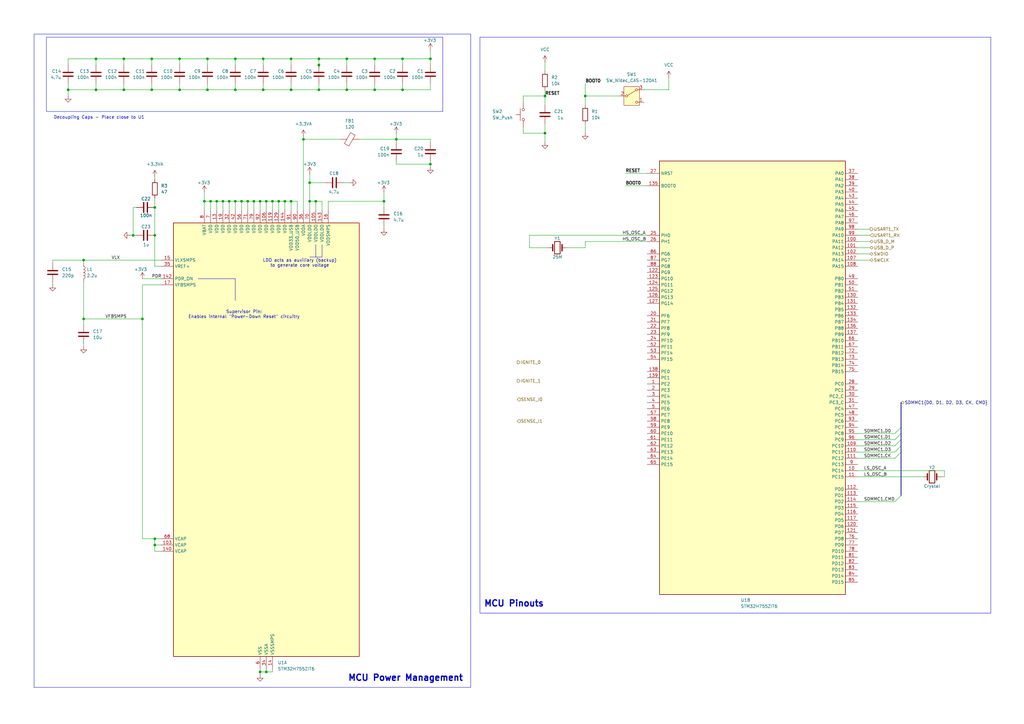
<source format=kicad_sch>
(kicad_sch (version 20250114) (generator "eeschema") (generator_version "9.0")
  (paper "A3")
  (lib_symbols
    (symbol "Device:C" (pin_numbers (hide yes)) (pin_names (offset 0.254))
      (property "Reference" "C" (at 0.635 2.54 0))
      (property "Value" "C" (at 0.635 -2.54 0))
      (symbol "C_0_1"
        (polyline (pts (xy -2.032 0.762) (xy 2.032 0.762)) (stroke (width 0.508)))
        (polyline (pts (xy -2.032 -0.762) (xy 2.032 -0.762)) (stroke (width 0.508)))
      )
      (symbol "C_1_1"
        (pin passive line (at 0 3.81 270) (length 2.794) (name "~") (number "1"))
        (pin passive line (at 0 -3.81 90) (length 2.794) (name "~") (number "2"))
      )
    )
    (symbol "Device:Crystal" (pin_numbers (hide yes)) (pin_names (offset 1.016) (hide yes))
      (property "Reference" "Y" (at 0 3.81 0))
      (property "Value" "Crystal" (at 0 -3.81 0))
      (symbol "Crystal_0_1"
        (polyline (pts (xy -2.54 0) (xy -1.905 0)))
        (polyline (pts (xy -1.905 -1.27) (xy -1.905 1.27)) (stroke (width 0.508)))
        (rectangle (start -1.143 2.54) (end 1.143 -2.54) (stroke (width 0.3048)))
        (polyline (pts (xy 1.905 -1.27) (xy 1.905 1.27)) (stroke (width 0.508)))
        (polyline (pts (xy 2.54 0) (xy 1.905 0)))
      )
      (symbol "Crystal_1_1"
        (pin passive line (at -3.81 0 0) (length 1.27) (name "1") (number "1"))
        (pin passive line (at 3.81 0 180) (length 1.27) (name "2") (number "2"))
      )
    )
    (symbol "Device:FerriteBead" (pin_numbers (hide yes)) (pin_names (offset 0))
      (property "Reference" "FB" (at -3.81 0.635 90))
      (property "Value" "FerriteBead" (at 3.81 0 90))
      (symbol "FerriteBead_0_1"
        (polyline (pts (xy -2.7686 0.4064) (xy -1.7018 2.2606) (xy 2.7686 -0.3048) (xy 1.6764 -2.159) (xy -2.7686 0.4064)))
        (polyline (pts (xy 0 1.27) (xy 0 1.2954)))
        (polyline (pts (xy 0 -1.27) (xy 0 -1.2192)))
      )
      (symbol "FerriteBead_1_1"
        (pin passive line (at 0 3.81 270) (length 2.54) (name "~") (number "1"))
        (pin passive line (at 0 -3.81 90) (length 2.54) (name "~") (number "2"))
      )
    )
    (symbol "Device:L" (pin_numbers (hide yes)) (pin_names (offset 1.016) (hide yes))
      (property "Reference" "L" (at -1.27 0 90))
      (property "Value" "L" (at 1.905 0 90))
      (symbol "L_0_1"
        (arc (start 0 2.54) (mid 0.6323 1.905) (end 0 1.27))
        (arc (start 0 1.27) (mid 0.6323 0.635) (end 0 0))
        (arc (start 0 0) (mid 0.6323 -0.635) (end 0 -1.27))
        (arc (start 0 -1.27) (mid 0.6323 -1.905) (end 0 -2.54))
      )
      (symbol "L_1_1"
        (pin passive line (at 0 3.81 270) (length 1.27) (name "1") (number "1"))
        (pin passive line (at 0 -3.81 90) (length 1.27) (name "2") (number "2"))
      )
    )
    (symbol "Device:R" (pin_numbers (hide yes)) (pin_names (offset 0))
      (property "Reference" "R" (at 2.032 0 90))
      (property "Value" "R" (at 0 0 90))
      (symbol "R_0_1"
        (rectangle (start -1.016 -2.54) (end 1.016 2.54) (stroke (width 0.254)))
      )
      (symbol "R_1_1"
        (pin passive line (at 0 3.81 270) (length 1.27) (name "~") (number "1"))
        (pin passive line (at 0 -3.81 90) (length 1.27) (name "~") (number "2"))
      )
    )
    (symbol "MCU_ST_STM32H7:STM32H755ZITx"
      (property "Reference" "U1" (at 4.6833 -91.44 0))
      (property "Value" "STM32H755ZIT6" (at 4.6833 -93.98 0))
      (symbol "STM32H755ZITx_0_1"
        (rectangle (start -38.1 88.9) (end 38.1 -88.9) (stroke (width 0.254)) (fill (type background)))
      )
      (symbol "STM32H755ZITx_1_1"
        (pin power_in line (at -43.18 73.66 0) (length 5.08) (name "VLXSMPS") (number "15"))
        (pin input line (at -43.18 71.12 0) (length 5.08) (name "VREF+") (number "35"))
        (pin input line (at -43.18 66.04 0) (length 5.08) (name "PDR_ON") (number "142"))
        (pin input line (at -43.18 63.5 0) (length 5.08) (name "VFBSMPS") (number "17"))
        (pin power_out line (at -43.18 -40.64 0) (length 5.08) (name "VCAP") (number "68"))
        (pin power_out line (at -43.18 -43.18 0) (length 5.08) (name "VCAP") (number "103"))
        (pin power_out line (at -43.18 -45.72 0) (length 5.08) (name "VCAP") (number "140"))
        (pin power_in line (at -25.4 93.98 270) (length 5.08) (name "VBAT") (number "8"))
        (pin power_in line (at -22.86 93.98 270) (length 5.08) (name "VDD") (number "7"))
        (pin power_in line (at -20.32 93.98 270) (length 5.08) (name "VDD") (number "13"))
        (pin power_in line (at -17.78 93.98 270) (length 5.08) (name "VDD") (number "19"))
        (pin power_in line (at -15.24 93.98 270) (length 5.08) (name "VDD") (number "32"))
        (pin power_in line (at -12.7 93.98 270) (length 5.08) (name "VDD") (number "42"))
        (pin power_in line (at -10.16 93.98 270) (length 5.08) (name "VDD") (number "56"))
        (pin power_in line (at -7.62 93.98 270) (length 5.08) (name "VDD") (number "71"))
        (pin power_in line (at -5.08 93.98 270) (length 5.08) (name "VDD") (number "79"))
        (pin power_in line (at -2.54 93.98 270) (length 5.08) (name "VDD") (number "92"))
        (pin passive line (at -2.54 -93.98 90) (length 5.08) (hide yes) (name "VSS") (number "104"))
        (pin passive line (at -2.54 -93.98 90) (length 5.08) (hide yes) (name "VSS") (number "118"))
        (pin passive line (at -2.54 -93.98 90) (length 5.08) (hide yes) (name "VSS") (number "12"))
        (pin passive line (at -2.54 -93.98 90) (length 5.08) (hide yes) (name "VSS") (number "128"))
        (pin passive line (at -2.54 -93.98 90) (length 5.08) (hide yes) (name "VSS") (number "141"))
        (pin passive line (at -2.54 -93.98 90) (length 5.08) (hide yes) (name "VSS") (number "18"))
        (pin passive line (at -2.54 -93.98 90) (length 5.08) (hide yes) (name "VSS") (number "33"))
        (pin passive line (at -2.54 -93.98 90) (length 5.08) (hide yes) (name "VSS") (number "41"))
        (pin passive line (at -2.54 -93.98 90) (length 5.08) (hide yes) (name "VSS") (number "55"))
        (pin power_in line (at -2.54 -93.98 90) (length 5.08) (name "VSS") (number "6"))
        (pin passive line (at -2.54 -93.98 90) (length 5.08) (hide yes) (name "VSS") (number "69"))
        (pin passive line (at -2.54 -93.98 90) (length 5.08) (hide yes) (name "VSS") (number "80"))
        (pin passive line (at -2.54 -93.98 90) (length 5.08) (hide yes) (name "VSS") (number "89"))
        (pin power_in line (at 0 93.98 270) (length 5.08) (name "VDD") (number "106"))
        (pin power_in line (at 0 -93.98 90) (length 5.08) (name "VSSA") (number "34"))
        (pin power_in line (at 2.54 93.98 270) (length 5.08) (name "VDD") (number "119"))
        (pin power_in line (at 2.54 -93.98 90) (length 5.08) (name "VSSSMPS") (number "14"))
        (pin power_in line (at 5.08 93.98 270) (length 5.08) (name "VDD") (number "129"))
        (pin power_in line (at 7.62 93.98 270) (length 5.08) (name "VDD") (number "144"))
        (pin power_in line (at 10.16 93.98 270) (length 5.08) (name "VDD33_USB") (number "91"))
        (pin power_in line (at 12.7 93.98 270) (length 5.08) (name "VDD50_USB") (number "90"))
        (pin power_in line (at 15.24 93.98 270) (length 5.08) (name "VDDA") (number "36"))
        (pin power_in line (at 17.78 93.98 270) (length 5.08) (name "VDDLDO") (number "70"))
        (pin power_in line (at 20.32 93.98 270) (length 5.08) (name "VDDLDO") (number "105"))
        (pin power_in line (at 22.86 93.98 270) (length 5.08) (name "VDDLDO") (number "143"))
        (pin power_in line (at 25.4 93.98 270) (length 5.08) (name "VDDSMPS") (number "16"))
      )
      (symbol "STM32H755ZITx_2_1"
        (pin input line (at -43.18 83.82 0) (length 5.08) (name "NRST") (number "27"))
        (pin input line (at -43.18 78.74 0) (length 5.08) (name "BOOT0") (number "135"))
        (pin bidirectional line (at -43.18 58.42 0) (length 5.08) (name "PH0") (number "25"))
        (pin bidirectional line (at -43.18 55.88 0) (length 5.08) (name "PH1") (number "26"))
        (pin bidirectional line (at -43.18 50.8 0) (length 5.08) (name "PG6") (number "86"))
        (pin bidirectional line (at -43.18 48.26 0) (length 5.08) (name "PG7") (number "87"))
        (pin bidirectional line (at -43.18 45.72 0) (length 5.08) (name "PG8") (number "88"))
        (pin bidirectional line (at -43.18 43.18 0) (length 5.08) (name "PG9") (number "122"))
        (pin bidirectional line (at -43.18 40.64 0) (length 5.08) (name "PG10") (number "123"))
        (pin bidirectional line (at -43.18 38.1 0) (length 5.08) (name "PG11") (number "124"))
        (pin bidirectional line (at -43.18 35.56 0) (length 5.08) (name "PG12") (number "125"))
        (pin bidirectional line (at -43.18 33.02 0) (length 5.08) (name "PG13") (number "126"))
        (pin bidirectional line (at -43.18 30.48 0) (length 5.08) (name "PG14") (number "127"))
        (pin bidirectional line (at -43.18 25.4 0) (length 5.08) (name "PF6") (number "20"))
        (pin bidirectional line (at -43.18 22.86 0) (length 5.08) (name "PF7") (number "21"))
        (pin bidirectional line (at -43.18 20.32 0) (length 5.08) (name "PF8") (number "22"))
        (pin bidirectional line (at -43.18 17.78 0) (length 5.08) (name "PF9") (number "23"))
        (pin bidirectional line (at -43.18 15.24 0) (length 5.08) (name "PF10") (number "24"))
        (pin bidirectional line (at -43.18 12.7 0) (length 5.08) (name "PF11") (number "52"))
        (pin bidirectional line (at -43.18 10.16 0) (length 5.08) (name "PF14") (number "53"))
        (pin bidirectional line (at -43.18 7.62 0) (length 5.08) (name "PF15") (number "54"))
        (pin bidirectional line (at -43.18 2.54 0) (length 5.08) (name "PE0") (number "138"))
        (pin bidirectional line (at -43.18 0 0) (length 5.08) (name "PE1") (number "139"))
        (pin bidirectional line (at -43.18 -2.54 0) (length 5.08) (name "PE2") (number "1"))
        (pin bidirectional line (at -43.18 -5.08 0) (length 5.08) (name "PE3") (number "2"))
        (pin bidirectional line (at -43.18 -7.62 0) (length 5.08) (name "PE4") (number "3"))
        (pin bidirectional line (at -43.18 -10.16 0) (length 5.08) (name "PE5") (number "4"))
        (pin bidirectional line (at -43.18 -12.7 0) (length 5.08) (name "PE6") (number "5"))
        (pin bidirectional line (at -43.18 -15.24 0) (length 5.08) (name "PE7") (number "57"))
        (pin bidirectional line (at -43.18 -17.78 0) (length 5.08) (name "PE8") (number "58"))
        (pin bidirectional line (at -43.18 -20.32 0) (length 5.08) (name "PE9") (number "59"))
        (pin bidirectional line (at -43.18 -22.86 0) (length 5.08) (name "PE10") (number "60"))
        (pin bidirectional line (at -43.18 -25.4 0) (length 5.08) (name "PE11") (number "61"))
        (pin bidirectional line (at -43.18 -27.94 0) (length 5.08) (name "PE12") (number "62"))
        (pin bidirectional line (at -43.18 -30.48 0) (length 5.08) (name "PE13") (number "63"))
        (pin bidirectional line (at -43.18 -33.02 0) (length 5.08) (name "PE14") (number "64"))
        (pin bidirectional line (at -43.18 -35.56 0) (length 5.08) (name "PE15") (number "65"))
        (pin bidirectional line (at 43.18 83.82 180) (length 5.08) (name "PA0") (number "37"))
        (pin bidirectional line (at 43.18 81.28 180) (length 5.08) (name "PA1") (number "38"))
        (pin bidirectional line (at 43.18 78.74 180) (length 5.08) (name "PA2") (number "39"))
        (pin bidirectional line (at 43.18 76.2 180) (length 5.08) (name "PA3") (number "40"))
        (pin bidirectional line (at 43.18 73.66 180) (length 5.08) (name "PA4") (number "43"))
        (pin bidirectional line (at 43.18 71.12 180) (length 5.08) (name "PA5") (number "44"))
        (pin bidirectional line (at 43.18 68.58 180) (length 5.08) (name "PA6") (number "45"))
        (pin bidirectional line (at 43.18 66.04 180) (length 5.08) (name "PA7") (number "46"))
        (pin bidirectional line (at 43.18 63.5 180) (length 5.08) (name "PA8") (number "97"))
        (pin bidirectional line (at 43.18 60.96 180) (length 5.08) (name "PA9") (number "98"))
        (pin bidirectional line (at 43.18 58.42 180) (length 5.08) (name "PA10") (number "99"))
        (pin bidirectional line (at 43.18 55.88 180) (length 5.08) (name "PA11") (number "100"))
        (pin bidirectional line (at 43.18 53.34 180) (length 5.08) (name "PA12") (number "101"))
        (pin bidirectional line (at 43.18 50.8 180) (length 5.08) (name "PA13") (number "102"))
        (pin bidirectional line (at 43.18 48.26 180) (length 5.08) (name "PA14") (number "107"))
        (pin bidirectional line (at 43.18 45.72 180) (length 5.08) (name "PA15") (number "108"))
        (pin bidirectional line (at 43.18 40.64 180) (length 5.08) (name "PB0") (number "49"))
        (pin bidirectional line (at 43.18 38.1 180) (length 5.08) (name "PB1") (number "50"))
        (pin bidirectional line (at 43.18 35.56 180) (length 5.08) (name "PB2") (number "51"))
        (pin bidirectional line (at 43.18 33.02 180) (length 5.08) (name "PB3") (number "130"))
        (pin bidirectional line (at 43.18 30.48 180) (length 5.08) (name "PB4") (number "131"))
        (pin bidirectional line (at 43.18 27.94 180) (length 5.08) (name "PB5") (number "132"))
        (pin bidirectional line (at 43.18 25.4 180) (length 5.08) (name "PB6") (number "133"))
        (pin bidirectional line (at 43.18 22.86 180) (length 5.08) (name "PB7") (number "134"))
        (pin bidirectional line (at 43.18 20.32 180) (length 5.08) (name "PB8") (number "136"))
        (pin bidirectional line (at 43.18 17.78 180) (length 5.08) (name "PB9") (number "137"))
        (pin bidirectional line (at 43.18 15.24 180) (length 5.08) (name "PB10") (number "66"))
        (pin bidirectional line (at 43.18 12.7 180) (length 5.08) (name "PB11") (number "67"))
        (pin bidirectional line (at 43.18 10.16 180) (length 5.08) (name "PB12") (number "72"))
        (pin bidirectional line (at 43.18 7.62 180) (length 5.08) (name "PB13") (number "73"))
        (pin bidirectional line (at 43.18 5.08 180) (length 5.08) (name "PB14") (number "74"))
        (pin bidirectional line (at 43.18 2.54 180) (length 5.08) (name "PB15") (number "75"))
        (pin bidirectional line (at 43.18 -2.54 180) (length 5.08) (name "PC0") (number "28"))
        (pin bidirectional line (at 43.18 -5.08 180) (length 5.08) (name "PC1") (number "29"))
        (pin bidirectional line (at 43.18 -7.62 180) (length 5.08) (name "PC2_C") (number "30"))
        (pin bidirectional line (at 43.18 -10.16 180) (length 5.08) (name "PC3_C") (number "31"))
        (pin bidirectional line (at 43.18 -12.7 180) (length 5.08) (name "PC4") (number "47"))
        (pin bidirectional line (at 43.18 -15.24 180) (length 5.08) (name "PC5") (number "48"))
        (pin bidirectional line (at 43.18 -17.78 180) (length 5.08) (name "PC6") (number "93"))
        (pin bidirectional line (at 43.18 -20.32 180) (length 5.08) (name "PC7") (number "94"))
        (pin bidirectional line (at 43.18 -22.86 180) (length 5.08) (name "PC8") (number "95"))
        (pin bidirectional line (at 43.18 -25.4 180) (length 5.08) (name "PC9") (number "96"))
        (pin bidirectional line (at 43.18 -27.94 180) (length 5.08) (name "PC10") (number "109"))
        (pin bidirectional line (at 43.18 -30.48 180) (length 5.08) (name "PC11") (number "110"))
        (pin bidirectional line (at 43.18 -33.02 180) (length 5.08) (name "PC12") (number "111"))
        (pin bidirectional line (at 43.18 -35.56 180) (length 5.08) (name "PC13") (number "9"))
        (pin bidirectional line (at 43.18 -38.1 180) (length 5.08) (name "PC14") (number "10"))
        (pin bidirectional line (at 43.18 -40.64 180) (length 5.08) (name "PC15") (number "11"))
        (pin bidirectional line (at 43.18 -45.72 180) (length 5.08) (name "PD0") (number "112"))
        (pin bidirectional line (at 43.18 -48.26 180) (length 5.08) (name "PD1") (number "113"))
        (pin bidirectional line (at 43.18 -50.8 180) (length 5.08) (name "PD2") (number "114"))
        (pin bidirectional line (at 43.18 -53.34 180) (length 5.08) (name "PD3") (number "115"))
        (pin bidirectional line (at 43.18 -55.88 180) (length 5.08) (name "PD4") (number "116"))
        (pin bidirectional line (at 43.18 -58.42 180) (length 5.08) (name "PD5") (number "117"))
        (pin bidirectional line (at 43.18 -60.96 180) (length 5.08) (name "PD6") (number "120"))
        (pin bidirectional line (at 43.18 -63.5 180) (length 5.08) (name "PD7") (number "121"))
        (pin bidirectional line (at 43.18 -66.04 180) (length 5.08) (name "PD8") (number "76"))
        (pin bidirectional line (at 43.18 -68.58 180) (length 5.08) (name "PD9") (number "77"))
        (pin bidirectional line (at 43.18 -71.12 180) (length 5.08) (name "PD10") (number "78"))
        (pin bidirectional line (at 43.18 -73.66 180) (length 5.08) (name "PD11") (number "81"))
        (pin bidirectional line (at 43.18 -76.2 180) (length 5.08) (name "PD12") (number "82"))
        (pin bidirectional line (at 43.18 -78.74 180) (length 5.08) (name "PD13") (number "83"))
        (pin bidirectional line (at 43.18 -81.28 180) (length 5.08) (name "PD14") (number "84"))
        (pin bidirectional line (at 43.18 -83.82 180) (length 5.08) (name "PD15") (number "85"))
      )
    )
    (symbol "Switch:SW_Nidec_CAS-120A1" (pin_names (offset 1) (hide yes))
      (property "Reference" "SW" (at 0 4.318 0))
      (property "Value" "SW_Nidec_CAS-120A1" (at 0 -5.08 0))
      (symbol "SW_Nidec_CAS-120A1_0_1"
        (circle (center -2.032 0) (radius 0.4572))
        (polyline (pts (xy -1.651 0.254) (xy 1.651 2.286)))
        (circle (center 2.032 2.54) (radius 0.4572))
        (circle (center 2.032 -2.54) (radius 0.4572))
      )
      (symbol "SW_Nidec_CAS-120A1_1_1"
        (rectangle (start -3.175 3.81) (end 3.175 -3.81) (fill (type background)))
        (pin passive line (at -5.08 0 0) (length 2.54) (name "B") (number "2"))
        (pin passive line (at 5.08 2.54 180) (length 2.54) (name "A") (number "3"))
        (pin passive line (at 5.08 -2.54 180) (length 2.54) (name "C") (number "1"))
      )
    )
    (symbol "Switch:SW_Push" (pin_numbers (hide yes)) (pin_names (offset 1.016) (hide yes))
      (property "Reference" "SW" (at 1.27 2.54 0))
      (property "Value" "SW_Push" (at 0 -1.524 0))
      (symbol "SW_Push_0_1"
        (circle (center -2.032 0) (radius 0.508))
        (polyline (pts (xy 0 1.27) (xy 0 3.048)))
        (circle (center 2.032 0) (radius 0.508))
        (polyline (pts (xy 2.54 1.27) (xy -2.54 1.27)))
        (pin passive line (at -5.08 0 0) (length 2.54) (name "1") (number "1"))
        (pin passive line (at 5.08 0 180) (length 2.54) (name "2") (number "2"))
      )
    )
    (symbol "power:+3.3VA" (power) (pin_numbers (hide yes)) (pin_names (offset 0) (hide yes))
      (property "Value" "+3.3VA" (at 0 3.556 0))
      (symbol "+3.3VA_0_1"
        (polyline (pts (xy -0.762 1.27) (xy 0 2.54)))
        (polyline (pts (xy 0 2.54) (xy 0.762 1.27)))
        (polyline (pts (xy 0 0) (xy 0 2.54)))
      )
      (symbol "+3.3VA_1_1"
        (pin power_in line (at 0 0 90) (length 0) (name "~") (number "1"))
      )
    )
    (symbol "power:+3V3" (power) (pin_numbers (hide yes)) (pin_names (offset 0) (hide yes))
      (property "Value" "+3V3" (at 0 3.556 0))
      (symbol "+3V3_0_1"
        (polyline (pts (xy -0.762 1.27) (xy 0 2.54)))
        (polyline (pts (xy 0 2.54) (xy 0.762 1.27)))
        (polyline (pts (xy 0 0) (xy 0 2.54)))
      )
      (symbol "+3V3_1_1"
        (pin power_in line (at 0 0 90) (length 0) (name "~") (number "1"))
      )
    )
    (symbol "power:GND" (power) (pin_numbers (hide yes)) (pin_names (offset 0) (hide yes))
      (property "Value" "GND" (at 0 -3.81 0))
      (symbol "GND_0_1"
        (polyline (pts (xy 0 0) (xy 0 -1.27) (xy 1.27 -1.27) (xy 0 -2.54) (xy -1.27 -1.27) (xy 0 -1.27)))
      )
      (symbol "GND_1_1"
        (pin power_in line (at 0 0 270) (length 0) (name "~") (number "1"))
      )
    )
    (symbol "power:VCC" (power) (pin_numbers (hide yes)) (pin_names (offset 0) (hide yes))
      (property "Value" "VCC" (at 0 3.556 0))
      (symbol "VCC_0_1"
        (polyline (pts (xy -0.762 1.27) (xy 0 2.54)))
        (polyline (pts (xy 0 2.54) (xy 0.762 1.27)))
        (polyline (pts (xy 0 0) (xy 0 2.54)))
      )
      (symbol "VCC_1_1"
        (pin power_in line (at 0 0 90) (length 0) (name "~") (number "1"))
      )
    )
  )
  (rectangle (start 19.05 15.24) (end 181.61 45.72))
  (rectangle (start 13.97 13.97) (end 193.04 281.94))
  (rectangle (start 196.85 15.24) (end 406.4 251.46))
  (text "Decoupling Caps - Place close to U1" (at 40.64 48.26 0) (effects (font (size 1.27 1.27))))
  (text "MCU Power Management" (at 166.37 278.13 0) (effects (font (size 2.54 2.54) (thickness 0.508) (bold yes))))
  (text "Supervisor Pin:\nEnables internal \"Power-Down Reset\" circuitry" (at 100.076 129.032 0) (effects (font (size 1.27 1.27))))
  (text "MCU Pinouts" (at 210.82 247.65 0) (effects (font (size 2.54 2.54) (thickness 0.508) (bold yes))))
  (text "LDO acts as auxiliary (backup)\nto generate core voltage" (at 122.936 107.95 0) (effects (font (size 1.27 1.27))))
  (junction (at 111.76 82.55))
  (junction (at 91.44 82.55))
  (junction (at 223.52 54.61))
  (junction (at 39.37 24.13))
  (junction (at 107.95 36.83))
  (junction (at 73.66 36.83))
  (junction (at 96.52 24.13))
  (junction (at 116.84 82.55))
  (junction (at 39.37 36.83))
  (junction (at 129.54 82.55))
  (junction (at 62.23 36.83))
  (junction (at 85.09 24.13))
  (junction (at 176.53 24.13))
  (junction (at 162.56 57.15))
  (junction (at 85.09 36.83))
  (junction (at 153.67 36.83))
  (junction (at 114.3 82.55))
  (junction (at 130.81 36.83))
  (junction (at 119.38 82.55))
  (junction (at 223.52 39.37))
  (junction (at 96.52 82.55))
  (junction (at 130.81 24.13))
  (junction (at 99.06 82.55))
  (junction (at 63.5 96.52))
  (junction (at 142.24 24.13))
  (junction (at 63.5 223.52))
  (junction (at 88.9 82.55))
  (junction (at 142.24 36.83))
  (junction (at 101.6 82.55))
  (junction (at 54.61 96.52))
  (junction (at 107.95 24.13))
  (junction (at 63.5 85.09))
  (junction (at 34.29 130.81))
  (junction (at 86.36 82.55))
  (junction (at 127 74.93))
  (junction (at 106.68 82.55))
  (junction (at 165.1 24.13))
  (junction (at 176.53 67.31))
  (junction (at 106.68 275.59))
  (junction (at 104.14 82.55))
  (junction (at 119.38 24.13))
  (junction (at 27.94 36.83))
  (junction (at 119.38 36.83))
  (junction (at 93.98 82.55))
  (junction (at 50.8 24.13))
  (junction (at 50.8 36.83))
  (junction (at 127 82.55))
  (junction (at 83.82 82.55))
  (junction (at 240.03 39.37))
  (junction (at 63.5 220.98))
  (junction (at 58.42 130.81))
  (junction (at 96.52 36.83))
  (junction (at 153.67 24.13))
  (junction (at 124.46 57.15))
  (junction (at 109.22 82.55))
  (junction (at 34.29 106.68))
  (junction (at 109.22 275.59))
  (junction (at 157.48 82.55))
  (junction (at 130.81 26.67))
  (junction (at 62.23 24.13))
  (junction (at 165.1 36.83))
  (junction (at 73.66 24.13))
  (bus_entry (at 369.57 203.2) (size -2.54 2.54))
  (bus_entry (at 369.57 182.88) (size -2.54 2.54))
  (bus_entry (at 369.57 177.8) (size -2.54 2.54))
  (bus_entry (at 369.57 180.34) (size -2.54 2.54))
  (bus_entry (at 369.57 175.26) (size -2.54 2.54))
  (bus_entry (at 369.57 185.42) (size -2.54 2.54))
  (wire (pts (xy 63.5 220.98) (xy 63.5 223.52)))
  (wire (pts (xy 119.38 24.13) (xy 119.38 26.67)))
  (wire (pts (xy 274.32 36.83) (xy 264.16 36.83)))
  (wire (pts (xy 58.42 116.84) (xy 66.04 116.84)))
  (wire (pts (xy 351.79 96.52) (xy 356.87 96.52)))
  (wire (pts (xy 91.44 82.55) (xy 93.98 82.55)))
  (wire (pts (xy 83.82 82.55) (xy 83.82 86.36)))
  (wire (pts (xy 153.67 36.83) (xy 165.1 36.83)))
  (wire (pts (xy 124.46 57.15) (xy 139.7 57.15)))
  (wire (pts (xy 104.14 82.55) (xy 106.68 82.55)))
  (wire (pts (xy 162.56 54.61) (xy 162.56 57.15)))
  (wire (pts (xy 34.29 130.81) (xy 58.42 130.81)))
  (wire (pts (xy 73.66 34.29) (xy 73.66 36.83)))
  (wire (pts (xy 162.56 57.15) (xy 162.56 58.42)))
  (wire (pts (xy 140.97 74.93) (xy 143.51 74.93)))
  (wire (pts (xy 50.8 36.83) (xy 62.23 36.83)))
  (wire (pts (xy 104.14 82.55) (xy 104.14 86.36)))
  (wire (pts (xy 99.06 82.55) (xy 99.06 86.36)))
  (wire (pts (xy 96.52 24.13) (xy 85.09 24.13)))
  (wire (pts (xy 351.79 93.98) (xy 356.87 93.98)))
  (wire (pts (xy 54.61 96.52) (xy 53.34 96.52)))
  (wire (pts (xy 130.81 24.13) (xy 130.81 26.67)))
  (wire (pts (xy 176.53 67.31) (xy 176.53 68.58)))
  (wire (pts (xy 351.79 177.8) (xy 367.03 177.8)))
  (wire (pts (xy 50.8 24.13) (xy 50.8 26.67)))
  (wire (pts (xy 109.22 275.59) (xy 111.76 275.59)))
  (wire (pts (xy 62.23 36.83) (xy 73.66 36.83)))
  (wire (pts (xy 351.79 205.74) (xy 367.03 205.74)))
  (wire (pts (xy 165.1 36.83) (xy 176.53 36.83)))
  (bus (pts (xy 369.57 177.8) (xy 369.57 180.34)))
  (wire (pts (xy 217.17 96.52) (xy 265.43 96.52)))
  (wire (pts (xy 165.1 24.13) (xy 153.67 24.13)))
  (wire (pts (xy 240.03 50.8) (xy 240.03 54.61)))
  (wire (pts (xy 96.52 34.29) (xy 96.52 36.83)))
  (wire (pts (xy 124.46 55.88) (xy 124.46 57.15)))
  (wire (pts (xy 217.17 96.52) (xy 217.17 101.6)))
  (wire (pts (xy 130.81 34.29) (xy 130.81 36.83)))
  (wire (pts (xy 34.29 115.57) (xy 34.29 130.81)))
  (wire (pts (xy 54.61 96.52) (xy 55.88 96.52)))
  (wire (pts (xy 62.23 34.29) (xy 62.23 36.83)))
  (wire (pts (xy 85.09 24.13) (xy 85.09 26.67)))
  (wire (pts (xy 129.54 82.55) (xy 132.08 82.55)))
  (wire (pts (xy 223.52 50.8) (xy 223.52 54.61)))
  (wire (pts (xy 223.52 39.37) (xy 223.52 36.83)))
  (wire (pts (xy 351.79 101.6) (xy 356.87 101.6)))
  (wire (pts (xy 107.95 34.29) (xy 107.95 36.83)))
  (wire (pts (xy 351.79 106.68) (xy 356.87 106.68)))
  (wire (pts (xy 85.09 36.83) (xy 96.52 36.83)))
  (wire (pts (xy 176.53 20.32) (xy 176.53 24.13)))
  (wire (pts (xy 58.42 220.98) (xy 63.5 220.98)))
  (wire (pts (xy 39.37 34.29) (xy 39.37 36.83)))
  (wire (pts (xy 157.48 78.74) (xy 157.48 82.55)))
  (wire (pts (xy 96.52 36.83) (xy 107.95 36.83)))
  (wire (pts (xy 34.29 106.68) (xy 21.59 106.68)))
  (wire (pts (xy 27.94 34.29) (xy 27.94 36.83)))
  (wire (pts (xy 142.24 36.83) (xy 153.67 36.83)))
  (wire (pts (xy 387.35 195.58) (xy 386.08 195.58)))
  (wire (pts (xy 62.23 24.13) (xy 62.23 26.67)))
  (wire (pts (xy 127 71.12) (xy 127 74.93)))
  (wire (pts (xy 130.81 26.67) (xy 130.81 27.94)))
  (wire (pts (xy 73.66 24.13) (xy 62.23 24.13)))
  (wire (pts (xy 58.42 114.3) (xy 66.04 114.3)))
  (wire (pts (xy 214.63 39.37) (xy 223.52 39.37)))
  (wire (pts (xy 153.67 34.29) (xy 153.67 36.83)))
  (wire (pts (xy 99.06 82.55) (xy 101.6 82.55)))
  (wire (pts (xy 85.09 34.29) (xy 85.09 36.83)))
  (wire (pts (xy 63.5 72.39) (xy 63.5 73.66)))
  (wire (pts (xy 176.53 34.29) (xy 176.53 36.83)))
  (wire (pts (xy 157.48 82.55) (xy 157.48 85.09)))
  (wire (pts (xy 116.84 82.55) (xy 116.84 86.36)))
  (wire (pts (xy 217.17 101.6) (xy 224.79 101.6)))
  (wire (pts (xy 214.63 41.91) (xy 214.63 39.37)))
  (wire (pts (xy 114.3 82.55) (xy 114.3 86.36)))
  (wire (pts (xy 109.22 82.55) (xy 109.22 86.36)))
  (wire (pts (xy 86.36 82.55) (xy 86.36 86.36)))
  (wire (pts (xy 55.88 85.09) (xy 54.61 85.09)))
  (wire (pts (xy 85.09 24.13) (xy 73.66 24.13)))
  (wire (pts (xy 21.59 115.57) (xy 21.59 116.84)))
  (wire (pts (xy 124.46 57.15) (xy 124.46 86.36)))
  (wire (pts (xy 39.37 36.83) (xy 50.8 36.83)))
  (wire (pts (xy 130.81 24.13) (xy 119.38 24.13)))
  (wire (pts (xy 93.98 82.55) (xy 93.98 86.36)))
  (wire (pts (xy 132.08 82.55) (xy 132.08 86.36)))
  (wire (pts (xy 223.52 39.37) (xy 223.52 43.18)))
  (wire (pts (xy 176.53 24.13) (xy 176.53 26.67)))
  (wire (pts (xy 351.79 99.06) (xy 356.87 99.06)))
  (wire (pts (xy 119.38 82.55) (xy 121.92 82.55)))
  (wire (pts (xy 73.66 24.13) (xy 73.66 26.67)))
  (wire (pts (xy 63.5 81.28) (xy 63.5 85.09)))
  (wire (pts (xy 127 74.93) (xy 127 82.55)))
  (bus (pts (xy 369.57 175.26) (xy 369.57 165.1)))
  (wire (pts (xy 101.6 82.55) (xy 104.14 82.55)))
  (polyline (pts (xy 81.28 114.3) (xy 96.52 114.3)))
  (wire (pts (xy 351.79 180.34) (xy 367.03 180.34)))
  (wire (pts (xy 176.53 67.31) (xy 176.53 66.04)))
  (wire (pts (xy 223.52 54.61) (xy 214.63 54.61)))
  (wire (pts (xy 111.76 82.55) (xy 114.3 82.55)))
  (wire (pts (xy 119.38 82.55) (xy 119.38 86.36)))
  (wire (pts (xy 111.76 275.59) (xy 111.76 274.32)))
  (polyline (pts (xy 132.08 100.33) (xy 132.08 105.41)))
  (polyline (pts (xy 129.54 100.33) (xy 129.54 105.41)))
  (wire (pts (xy 351.79 104.14) (xy 356.87 104.14)))
  (wire (pts (xy 106.68 82.55) (xy 109.22 82.55)))
  (wire (pts (xy 63.5 223.52) (xy 63.5 226.06)))
  (wire (pts (xy 62.23 24.13) (xy 50.8 24.13)))
  (wire (pts (xy 83.82 78.74) (xy 83.82 82.55)))
  (wire (pts (xy 114.3 82.55) (xy 116.84 82.55)))
  (wire (pts (xy 39.37 24.13) (xy 39.37 26.67)))
  (wire (pts (xy 240.03 39.37) (xy 254 39.37)))
  (wire (pts (xy 58.42 130.81) (xy 58.42 116.84)))
  (wire (pts (xy 351.79 187.96) (xy 367.03 187.96)))
  (wire (pts (xy 96.52 24.13) (xy 96.52 26.67)))
  (wire (pts (xy 50.8 24.13) (xy 39.37 24.13)))
  (wire (pts (xy 63.5 96.52) (xy 63.5 109.22)))
  (wire (pts (xy 223.52 25.4) (xy 223.52 29.21)))
  (wire (pts (xy 93.98 82.55) (xy 96.52 82.55)))
  (wire (pts (xy 274.32 31.75) (xy 274.32 36.83)))
  (wire (pts (xy 101.6 82.55) (xy 101.6 86.36)))
  (wire (pts (xy 127 74.93) (xy 133.35 74.93)))
  (wire (pts (xy 63.5 109.22) (xy 66.04 109.22)))
  (wire (pts (xy 387.35 193.04) (xy 387.35 195.58)))
  (bus (pts (xy 369.57 182.88) (xy 369.57 185.42)))
  (wire (pts (xy 106.68 275.59) (xy 106.68 276.86)))
  (wire (pts (xy 66.04 220.98) (xy 63.5 220.98)))
  (wire (pts (xy 73.66 36.83) (xy 85.09 36.83)))
  (wire (pts (xy 91.44 82.55) (xy 91.44 86.36)))
  (wire (pts (xy 223.52 54.61) (xy 223.52 58.42)))
  (wire (pts (xy 111.76 82.55) (xy 111.76 86.36)))
  (wire (pts (xy 63.5 226.06) (xy 66.04 226.06)))
  (wire (pts (xy 88.9 82.55) (xy 91.44 82.55)))
  (wire (pts (xy 162.56 57.15) (xy 147.32 57.15)))
  (wire (pts (xy 153.67 24.13) (xy 153.67 26.67)))
  (wire (pts (xy 119.38 34.29) (xy 119.38 36.83)))
  (wire (pts (xy 27.94 36.83) (xy 39.37 36.83)))
  (wire (pts (xy 134.62 82.55) (xy 134.62 86.36)))
  (bus (pts (xy 369.57 180.34) (xy 369.57 182.88)))
  (wire (pts (xy 83.82 82.55) (xy 86.36 82.55)))
  (wire (pts (xy 165.1 34.29) (xy 165.1 36.83)))
  (wire (pts (xy 142.24 24.13) (xy 130.81 24.13)))
  (wire (pts (xy 232.41 101.6) (xy 240.03 101.6)))
  (wire (pts (xy 157.48 92.71) (xy 157.48 93.98)))
  (wire (pts (xy 130.81 36.83) (xy 142.24 36.83)))
  (wire (pts (xy 351.79 193.04) (xy 387.35 193.04)))
  (wire (pts (xy 256.54 76.2) (xy 265.43 76.2)))
  (wire (pts (xy 63.5 223.52) (xy 66.04 223.52)))
  (wire (pts (xy 88.9 82.55) (xy 88.9 86.36)))
  (wire (pts (xy 116.84 82.55) (xy 119.38 82.55)))
  (wire (pts (xy 119.38 36.83) (xy 130.81 36.83)))
  (wire (pts (xy 63.5 85.09) (xy 63.5 96.52)))
  (wire (pts (xy 351.79 185.42) (xy 367.03 185.42)))
  (wire (pts (xy 142.24 34.29) (xy 142.24 36.83)))
  (wire (pts (xy 107.95 24.13) (xy 107.95 26.67)))
  (wire (pts (xy 240.03 39.37) (xy 240.03 43.18)))
  (wire (pts (xy 351.79 182.88) (xy 367.03 182.88)))
  (wire (pts (xy 240.03 99.06) (xy 265.43 99.06)))
  (bus (pts (xy 369.57 185.42) (xy 369.57 203.2)))
  (wire (pts (xy 176.53 57.15) (xy 176.53 58.42)))
  (wire (pts (xy 58.42 130.81) (xy 58.42 220.98)))
  (wire (pts (xy 129.54 82.55) (xy 129.54 86.36)))
  (wire (pts (xy 96.52 82.55) (xy 96.52 86.36)))
  (wire (pts (xy 162.56 67.31) (xy 176.53 67.31)))
  (wire (pts (xy 119.38 24.13) (xy 107.95 24.13)))
  (wire (pts (xy 121.92 82.55) (xy 121.92 86.36)))
  (wire (pts (xy 54.61 85.09) (xy 54.61 96.52)))
  (wire (pts (xy 34.29 106.68) (xy 66.04 106.68)))
  (bus (pts (xy 369.57 175.26) (xy 369.57 177.8)))
  (wire (pts (xy 34.29 140.97) (xy 34.29 142.24)))
  (wire (pts (xy 109.22 274.32) (xy 109.22 275.59)))
  (wire (pts (xy 127 82.55) (xy 129.54 82.55)))
  (polyline (pts (xy 127 105.41) (xy 132.08 105.41)))
  (wire (pts (xy 106.68 274.32) (xy 106.68 275.59)))
  (wire (pts (xy 162.56 57.15) (xy 176.53 57.15)))
  (wire (pts (xy 127 82.55) (xy 127 86.36)))
  (wire (pts (xy 134.62 82.55) (xy 157.48 82.55)))
  (wire (pts (xy 142.24 24.13) (xy 142.24 26.67)))
  (wire (pts (xy 39.37 24.13) (xy 27.94 24.13)))
  (wire (pts (xy 106.68 275.59) (xy 109.22 275.59)))
  (wire (pts (xy 106.68 82.55) (xy 106.68 86.36)))
  (wire (pts (xy 34.29 106.68) (xy 34.29 107.95)))
  (wire (pts (xy 256.54 71.12) (xy 265.43 71.12)))
  (wire (pts (xy 107.95 36.83) (xy 119.38 36.83)))
  (wire (pts (xy 162.56 66.04) (xy 162.56 67.31)))
  (wire (pts (xy 153.67 24.13) (xy 142.24 24.13)))
  (wire (pts (xy 96.52 82.55) (xy 99.06 82.55)))
  (wire (pts (xy 109.22 82.55) (xy 111.76 82.55)))
  (wire (pts (xy 27.94 24.13) (xy 27.94 26.67)))
  (wire (pts (xy 176.53 24.13) (xy 165.1 24.13)))
  (wire (pts (xy 165.1 24.13) (xy 165.1 26.67)))
  (polyline (pts (xy 96.52 123.19) (xy 96.52 114.3)))
  (wire (pts (xy 107.95 24.13) (xy 96.52 24.13)))
  (wire (pts (xy 351.79 195.58) (xy 378.46 195.58)))
  (wire (pts (xy 214.63 52.07) (xy 214.63 54.61)))
  (wire (pts (xy 240.03 34.29) (xy 240.03 39.37)))
  (wire (pts (xy 50.8 34.29) (xy 50.8 36.83)))
  (wire (pts (xy 86.36 82.55) (xy 88.9 82.55)))
  (wire (pts (xy 21.59 106.68) (xy 21.59 107.95)))
  (wire (pts (xy 27.94 39.37) (xy 27.94 36.83)))
  (wire (pts (xy 240.03 101.6) (xy 240.03 99.06)))
  (wire (pts (xy 34.29 130.81) (xy 34.29 133.35)))
  (label "SDMMC1.D2" (at 354.33 182.88 0))
  (label "BOOT0" (at 256.54 76.2 0) (effects (font (thickness 0.254) (bold yes))))
  (label "PDR" (at 62.23 114.3 0))
  (label "LS_OSC_B" (at 354.33 195.58 0))
  (label "HS_OSC_B" (at 255.27 99.06 0))
  (label "BOOT0" (at 240.03 34.29 0) (effects (font (thickness 0.254) (bold yes))))
  (label "VFBSMPS" (at 43.18 130.81 0))
  (label "SDMMC1.D1" (at 354.33 180.34 0))
  (label "RESET" (at 223.52 39.37 0) (effects (font (thickness 0.254) (bold yes))))
  (label "SDMMC1.CK" (at 354.33 187.96 0))
  (label "LS_OSC_A" (at 354.33 193.04 0))
  (label "SDMMC1.CMD" (at 354.33 205.74 0))
  (label "VLX" (at 45.72 106.68 0))
  (label "SDMMC1.D0" (at 354.33 177.8 0))
  (label "RESET" (at 256.54 71.12 0) (effects (font (thickness 0.254) (bold yes))))
  (label "SDMMC1.D3" (at 354.33 185.42 0))
  (label "HS_OSC_A" (at 255.27 96.52 0))
  (hierarchical_label "SWCLK" (shape bidirectional) (at 356.87 106.68 0))
  (hierarchical_label "SDMMC1{D0, D1, D2, D3, CK, CMD}" (shape bidirectional) (at 369.57 165.1 0))
  (hierarchical_label "IGNITE_1" (shape output) (at 212.09 156.21 0))
  (hierarchical_label "USB_D_P" (shape bidirectional) (at 356.87 101.6 0))
  (hierarchical_label "USART1_TX" (shape output) (at 356.87 93.98 0))
  (hierarchical_label "USART1_RX" (shape input) (at 356.87 96.52 0))
  (hierarchical_label "USB_D_M" (shape bidirectional) (at 356.87 99.06 0))
  (hierarchical_label "SENSE_I0" (shape input) (at 212.09 163.83 0))
  (hierarchical_label "IGNITE_0" (shape output) (at 212.09 148.59 0))
  (hierarchical_label "SENSE_I1" (shape input) (at 212.09 172.72 0))
  (hierarchical_label "SWDIO" (shape bidirectional) (at 356.87 104.14 0))
  (symbol (lib_id "Device:C") (at 59.69 96.52 270) (mirror x) (unit 1)
    (property "Reference" "C23" (at 57.912 92.964 90) (effects (justify left)))
    (property "Value" "1u" (at 58.674 100.33 90) (effects (justify left)))
    (property "Description" "Unpolarized capacitor" (effects (hide yes)))
  )
  (symbol (lib_id "Device:C") (at 96.52 30.48 0) (mirror y) (unit 1)
    (property "Reference" "C8" (at 93.726 29.21 0) (effects (justify left)))
    (property "Value" "100n" (at 93.726 31.75 0) (effects (justify left)))
    (property "Description" "Unpolarized capacitor" (effects (hide yes)))
  )
  (symbol (lib_id "Device:C") (at 27.94 30.48 0) (mirror y) (unit 1)
    (property "Reference" "C14" (at 25.146 29.21 0) (effects (justify left)))
    (property "Value" "4.7u" (at 25.146 31.75 0) (effects (justify left)))
    (property "Description" "Unpolarized capacitor" (effects (hide yes)))
  )
  (symbol (lib_id "Device:C") (at 50.8 30.48 0) (mirror y) (unit 1)
    (property "Reference" "C12" (at 48.006 29.21 0) (effects (justify left)))
    (property "Value" "100n" (at 48.006 31.75 0) (effects (justify left)))
    (property "Description" "Unpolarized capacitor" (effects (hide yes)))
  )
  (symbol (lib_id "Device:C") (at 223.52 46.99 0) (mirror y) (unit 1)
    (property "Reference" "C21" (at 231.14 45.72 0) (effects (justify left)))
    (property "Value" "1u" (at 231.14 48.26 0) (effects (justify left)))
    (property "Description" "Unpolarized capacitor" (effects (hide yes)))
  )
  (symbol (lib_id "Device:C") (at 73.66 30.48 0) (mirror y) (unit 1)
    (property "Reference" "C10" (at 70.866 29.21 0) (effects (justify left)))
    (property "Value" "100n" (at 70.866 31.75 0) (effects (justify left)))
    (property "Description" "Unpolarized capacitor" (effects (hide yes)))
  )
  (symbol (lib_id "power:GND") (at 143.51 74.93 90) (unit 1)
    (property "Reference" "#PWR011" (effects (hide yes)))
    (property "Value" "GND" (effects (hide yes)))
    (property "Description" "Power symbol creates a global label with name \"GND\" , ground" (effects (hide yes)))
  )
  (symbol (lib_id "power:GND") (at 240.03 54.61 0) (unit 1)
    (property "Reference" "#PWR017" (effects (hide yes)))
    (property "Value" "GND" (effects (hide yes)))
    (property "Description" "Power symbol creates a global label with name \"GND\" , ground" (effects (hide yes)))
  )
  (symbol (lib_id "power:+3.3VA") (at 63.5 72.39 0) (unit 1)
    (property "Reference" "#PWR016" (effects (hide yes)))
    (property "Value" "+3.3VA" (at 63.5 67.31 0))
    (property "Description" "Power symbol creates a global label with name \"+3.3VA\"" (effects (hide yes)))
  )
  (symbol (lib_id "Device:C") (at 59.69 85.09 270) (mirror x) (unit 1)
    (property "Reference" "C22" (at 57.912 81.534 90) (effects (justify left)))
    (property "Value" "100n" (at 57.404 88.392 90) (effects (justify left)))
    (property "Description" "Unpolarized capacitor" (effects (hide yes)))
  )
  (symbol (lib_id "Device:C") (at 85.09 30.48 0) (mirror y) (unit 1)
    (property "Reference" "C9" (at 82.296 29.21 0) (effects (justify left)))
    (property "Value" "100n" (at 82.296 31.75 0) (effects (justify left)))
    (property "Description" "Unpolarized capacitor" (effects (hide yes)))
  )
  (symbol (lib_id "Device:C") (at 137.16 74.93 90) (mirror x) (unit 1)
    (property "Reference" "C18" (at 138.938 71.12 90) (effects (justify left)))
    (property "Value" "4.7u" (at 139.192 78.74 90) (effects (justify left)))
    (property "Description" "Unpolarized capacitor" (effects (hide yes)))
    (property "ESR" "100mΩ" (effects (hide yes)))
  )
  (symbol (lib_id "power:GND") (at 21.59 116.84 0) (unit 1)
    (property "Reference" "#PWR05" (effects (hide yes)))
    (property "Value" "GND" (effects (hide yes)))
    (property "Description" "Power symbol creates a global label with name \"GND\" , ground" (effects (hide yes)))
  )
  (symbol (lib_id "Device:Crystal") (at 228.6 101.6 0) (unit 1)
    (property "Reference" "Y1" (at 228.6 97.79 0))
    (property "Value" "25M" (at 228.6 105.41 0))
    (property "Footprint" "Crystal:Crystal_SMD_3215-2Pin_3.2x1.5mm" (effects (hide yes)))
    (property "Description" "-40℃~+85℃ 12.5pF 32.768kHz 70kΩ Crystal Oscillator ±20ppm SMD3215-2P Crystals ROHS" (effects (hide yes)))
    (property "mfr. part no." "ABS07-32.768KHZ-T" (effects (hide yes)))
  )
  (symbol (lib_id "power:GND") (at 53.34 96.52 270) (unit 1)
    (property "Reference" "#PWR020" (effects (hide yes)))
    (property "Value" "GND" (effects (hide yes)))
    (property "Description" "Power symbol creates a global label with name \"GND\" , ground" (effects (hide yes)))
  )
  (symbol (lib_id "power:GND") (at 27.94 39.37 0) (unit 1)
    (property "Reference" "#PWR06" (effects (hide yes)))
    (property "Value" "GND" (effects (hide yes)))
    (property "Description" "Power symbol creates a global label with name \"GND\" , ground" (effects (hide yes)))
  )
  (symbol (lib_id "Device:C") (at 176.53 30.48 0) (mirror y) (unit 1)
    (property "Reference" "C1" (at 173.736 29.21 0) (effects (justify left)))
    (property "Value" "100n" (at 173.736 31.75 0) (effects (justify left)))
    (property "Description" "Unpolarized capacitor" (effects (hide yes)))
  )
  (symbol (lib_id "power:GND") (at 34.29 142.24 0) (unit 1)
    (property "Reference" "#PWR07" (effects (hide yes)))
    (property "Value" "GND" (effects (hide yes)))
    (property "Description" "Power symbol creates a global label with name \"GND\" , ground" (effects (hide yes)))
  )
  (symbol (lib_id "Device:C") (at 162.56 62.23 0) (mirror y) (unit 1)
    (property "Reference" "C19" (at 159.766 60.96 0) (effects (justify left)))
    (property "Value" "100n" (at 159.766 63.5 0) (effects (justify left)))
    (property "Description" "Unpolarized capacitor" (effects (hide yes)))
  )
  (symbol (lib_id "power:VCC") (at 274.32 31.75 0) (unit 1)
    (property "Reference" "#PWR08" (effects (hide yes)))
    (property "Value" "VCC" (at 274.32 26.67 0))
    (property "Description" "Power symbol creates a global label with name \"VCC\"" (effects (hide yes)))
  )
  (symbol (lib_id "MCU_ST_STM32H7:STM32H755ZITx") (at 109.22 180.34 0) (unit 1)
    (property "Reference" "U1" (at 113.9033 271.78 0) (effects (justify left)))
    (property "Value" "STM32H755ZIT6" (at 113.9033 274.32 0) (effects (justify left)))
    (property "Footprint" "Package_QFP:LQFP-144_20x20mm_P0.5mm" (effects (hide yes)))
    (property "Datasheet" "https://www.st.com/resource/en/datasheet/stm32h755zi.pdf" (effects (hide yes)))
    (property "Description" "STMicroelectronics Arm Cortex-M7 MCU, 2048KB flash, 1024KB RAM, 480 MHz, 1.62-3.6V, 99 GPIO, LQFP144" (effects (hide yes)))
  )
  (symbol (lib_id "Device:C") (at 39.37 30.48 0) (mirror y) (unit 1)
    (property "Reference" "C13" (at 36.576 29.21 0) (effects (justify left)))
    (property "Value" "100n" (at 36.576 31.75 0) (effects (justify left)))
    (property "Description" "Unpolarized capacitor" (effects (hide yes)))
  )
  (symbol (lib_id "power:+3V3") (at 83.82 78.74 0) (unit 1)
    (property "Reference" "#PWR02" (effects (hide yes)))
    (property "Value" "+3V3" (at 83.566 74.93 0))
    (property "Description" "Power symbol creates a global label with name \"+3V3\"" (effects (hide yes)))
  )
  (symbol (lib_id "Device:C") (at 142.24 30.48 0) (mirror y) (unit 1)
    (property "Reference" "C4" (at 139.446 29.21 0) (effects (justify left)))
    (property "Value" "100n" (at 139.446 31.75 0) (effects (justify left)))
    (property "Description" "Unpolarized capacitor" (effects (hide yes)))
  )
  (symbol (lib_id "MCU_ST_STM32H7:STM32H755ZITx") (at 308.61 154.94 0) (unit 2)
    (property "Reference" "U1" (at 303.784 246.126 0) (effects (justify left)))
    (property "Value" "STM32H755ZIT6" (at 303.784 248.666 0) (effects (justify left)))
    (property "Footprint" "Package_QFP:LQFP-144_20x20mm_P0.5mm" (effects (hide yes)))
    (property "Datasheet" "https://www.st.com/resource/en/datasheet/stm32h755zi.pdf" (effects (hide yes)))
    (property "Description" "STMicroelectronics Arm Cortex-M7 MCU, 2048KB flash, 1024KB RAM, 480 MHz, 1.62-3.6V, 99 GPIO, LQFP144" (effects (hide yes)))
  )
  (symbol (lib_id "power:+3V3") (at 127 71.12 0) (unit 1)
    (property "Reference" "#PWR010" (effects (hide yes)))
    (property "Value" "+3V3" (at 127 67.31 0))
    (property "Description" "Power symbol creates a global label with name \"+3V3\"" (effects (hide yes)))
  )
  (symbol (lib_id "power:GND") (at 157.48 93.98 0) (unit 1)
    (property "Reference" "#PWR09" (effects (hide yes)))
    (property "Value" "GND" (effects (hide yes)))
    (property "Description" "Power symbol creates a global label with name \"GND\" , ground" (effects (hide yes)))
  )
  (symbol (lib_id "Device:C") (at 62.23 30.48 0) (mirror y) (unit 1)
    (property "Reference" "C11" (at 59.436 29.21 0) (effects (justify left)))
    (property "Value" "100n" (at 59.436 31.75 0) (effects (justify left)))
    (property "Description" "Unpolarized capacitor" (effects (hide yes)))
  )
  (symbol (lib_id "power:GND") (at 106.68 276.86 0) (unit 1)
    (property "Reference" "#PWR01" (effects (hide yes)))
    (property "Value" "GND" (effects (hide yes)))
    (property "Description" "Power symbol creates a global label with name \"GND\" , ground" (effects (hide yes)))
  )
  (symbol (lib_id "power:+3V3") (at 157.48 78.74 0) (unit 1)
    (property "Reference" "#PWR012" (effects (hide yes)))
    (property "Value" "+3V3" (at 157.226 74.93 0))
    (property "Description" "Power symbol creates a global label with name \"+3V3\"" (effects (hide yes)))
  )
  (symbol (lib_id "power:+3V3") (at 176.53 20.32 0) (unit 1)
    (property "Reference" "#PWR03" (effects (hide yes)))
    (property "Value" "+3V3" (at 176.276 16.51 0))
    (property "Description" "Power symbol creates a global label with name \"+3V3\"" (effects (hide yes)))
  )
  (symbol (lib_id "Device:C") (at 119.38 30.48 0) (mirror y) (unit 1)
    (property "Reference" "C6" (at 116.586 29.21 0) (effects (justify left)))
    (property "Value" "100n" (at 116.586 31.75 0) (effects (justify left)))
    (property "Description" "Unpolarized capacitor" (effects (hide yes)))
  )
  (symbol (lib_id "Device:C") (at 130.81 30.48 0) (mirror y) (unit 1)
    (property "Reference" "C5" (at 128.016 29.21 0) (effects (justify left)))
    (property "Value" "100n" (at 128.016 31.75 0) (effects (justify left)))
    (property "Description" "Unpolarized capacitor" (effects (hide yes)))
  )
  (symbol (lib_id "Switch:SW_Nidec_CAS-120A1") (at 259.08 39.37 0) (unit 1)
    (property "Reference" "SW1" (at 259.08 30.48 0))
    (property "Value" "SW_Nidec_CAS-120A1" (at 259.08 33.02 0))
    (property "Footprint" "Button_Switch_SMD:Nidec_Copal_CAS-120A" (effects (hide yes)))
    (property "Datasheet" "https://www.nidec-components.com/e/catalog/switch/cas.pdf" (effects (hide yes)))
    (property "Description" "Switch, single pole double throw" (effects (hide yes)))
  )
  (symbol (lib_id "Device:C") (at 21.59 111.76 0) (unit 1)
    (property "Reference" "C15" (at 25.4 110.4899 0) (effects (justify left)))
    (property "Value" "220p" (at 25.4 113.0299 0) (effects (justify left)))
    (property "Description" "Unpolarized capacitor" (effects (hide yes)))
  )
  (symbol (lib_id "Device:C") (at 107.95 30.48 0) (mirror y) (unit 1)
    (property "Reference" "C7" (at 105.156 29.21 0) (effects (justify left)))
    (property "Value" "100n" (at 105.156 31.75 0) (effects (justify left)))
    (property "Description" "Unpolarized capacitor" (effects (hide yes)))
  )
  (symbol (lib_id "Device:R") (at 240.03 46.99 0) (unit 1)
    (property "Reference" "R1" (at 242.57 45.7199 0) (effects (justify left)))
    (property "Value" "10k" (at 242.57 48.2599 0) (effects (justify left)))
    (property "Description" "Resistor" (effects (hide yes)))
  )
  (symbol (lib_id "Device:R") (at 223.52 33.02 0) (unit 1)
    (property "Reference" "R2" (at 226.06 31.7499 0) (effects (justify left)))
    (property "Value" "10k" (at 226.06 34.2899 0) (effects (justify left)))
    (property "Description" "Resistor" (effects (hide yes)))
  )
  (symbol (lib_id "Device:R") (at 63.5 77.47 0) (unit 1)
    (property "Reference" "R3" (at 66.04 76.1999 0) (effects (justify left)))
    (property "Value" "47" (at 66.04 78.7399 0) (effects (justify left)))
    (property "Description" "Resistor" (effects (hide yes)))
  )
  (symbol (lib_id "Device:FerriteBead") (at 143.51 57.15 90) (unit 1)
    (property "Reference" "FB1" (at 143.4592 49.53 90))
    (property "Value" "120" (at 143.4592 52.07 90))
    (property "Description" "Ferrite bead" (effects (hide yes)))
  )
  (symbol (lib_id "power:GND") (at 223.52 58.42 0) (unit 1)
    (property "Reference" "#PWR019" (effects (hide yes)))
    (property "Value" "GND" (effects (hide yes)))
    (property "Description" "Power symbol creates a global label with name \"GND\" , ground" (effects (hide yes)))
  )
  (symbol (lib_id "power:+3V3") (at 162.56 54.61 0) (unit 1)
    (property "Reference" "#PWR014" (effects (hide yes)))
    (property "Value" "+3V3" (at 162.306 50.8 0))
    (property "Description" "Power symbol creates a global label with name \"+3V3\"" (effects (hide yes)))
  )
  (symbol (lib_id "power:+3.3VA") (at 124.46 55.88 0) (unit 1)
    (property "Reference" "#PWR013" (effects (hide yes)))
    (property "Value" "+3.3VA" (at 124.46 50.8 0))
    (property "Description" "Power symbol creates a global label with name \"+3.3VA\"" (effects (hide yes)))
  )
  (symbol (lib_id "Device:C") (at 34.29 137.16 0) (unit 1)
    (property "Reference" "C17" (at 38.1 135.8899 0) (effects (justify left)))
    (property "Value" "10u" (at 38.1 138.4299 0) (effects (justify left)))
    (property "Description" "Unpolarized capacitor" (effects (hide yes)))
    (property "ESR" "20mΩ" (effects (hide yes)))
  )
  (symbol (lib_id "Switch:SW_Push") (at 214.63 46.99 90) (unit 1)
    (property "Reference" "SW2" (at 201.93 45.72 90) (effects (justify right)))
    (property "Value" "SW_Push" (at 201.93 48.26 90) (effects (justify right)))
    (property "Description" "Push button switch, generic, two pins" (effects (hide yes)))
  )
  (symbol (lib_id "Device:L") (at 34.29 111.76 0) (unit 1)
    (property "Reference" "L1" (at 35.56 110.4899 0) (effects (justify left)))
    (property "Value" "2.2u" (at 35.56 113.0299 0) (effects (justify left)))
    (property "Description" "Inductor" (effects (hide yes)))
  )
  (symbol (lib_id "Device:Crystal") (at 382.27 195.58 0) (unit 1)
    (property "Reference" "Y2" (at 382.27 191.77 0))
    (property "Value" "Crystal" (at 382.27 199.39 0))
    (property "Footprint" "Crystal:Crystal_SMD_3215-2Pin_3.2x1.5mm" (effects (hide yes)))
    (property "Description" "-40℃~+85℃ 12.5pF 32.768kHz 70kΩ Crystal Oscillator ±20ppm SMD3215-2P Crystals ROHS" (effects (hide yes)))
    (property "mfr. part no." "ABS07-32.768KHZ-T" (effects (hide yes)))
  )
  (symbol (lib_id "power:VCC") (at 223.52 25.4 0) (unit 1)
    (property "Reference" "#PWR018" (effects (hide yes)))
    (property "Value" "VCC" (at 223.52 20.32 0))
    (property "Description" "Power symbol creates a global label with name \"VCC\"" (effects (hide yes)))
  )
  (symbol (lib_id "Device:C") (at 176.53 62.23 0) (mirror y) (unit 1)
    (property "Reference" "C20" (at 173.736 60.96 0) (effects (justify left)))
    (property "Value" "1u" (at 173.736 63.5 0) (effects (justify left)))
    (property "Description" "Unpolarized capacitor" (effects (hide yes)))
  )
  (symbol (lib_id "Device:C") (at 153.67 30.48 0) (mirror y) (unit 1)
    (property "Reference" "C3" (at 150.876 29.21 0) (effects (justify left)))
    (property "Value" "100n" (at 150.876 31.75 0) (effects (justify left)))
    (property "Description" "Unpolarized capacitor" (effects (hide yes)))
  )
  (symbol (lib_id "Device:C") (at 157.48 88.9 0) (unit 1)
    (property "Reference" "C16" (at 161.29 87.6299 0) (effects (justify left)))
    (property "Value" "4.7u" (at 161.29 90.1699 0) (effects (justify left)))
    (property "Description" "Unpolarized capacitor" (effects (hide yes)))
    (property "ESR" "20mΩ" (effects (hide yes)))
  )
  (symbol (lib_id "Device:C") (at 165.1 30.48 0) (mirror y) (unit 1)
    (property "Reference" "C2" (at 162.306 29.21 0) (effects (justify left)))
    (property "Value" "100n" (at 162.306 31.75 0) (effects (justify left)))
    (property "Description" "Unpolarized capacitor" (effects (hide yes)))
  )
  (symbol (lib_id "power:+3V3") (at 58.42 114.3 0) (unit 1)
    (property "Reference" "#PWR04" (effects (hide yes)))
    (property "Value" "+3V3" (at 57.658 110.49 0))
    (property "Description" "Power symbol creates a global label with name \"+3V3\"" (effects (hide yes)))
  )
  (symbol (lib_id "power:GND") (at 176.53 68.58 0) (unit 1)
    (property "Reference" "#PWR015" (effects (hide yes)))
    (property "Value" "GND" (effects (hide yes)))
    (property "Description" "Power symbol creates a global label with name \"GND\" , ground" (effects (hide yes)))
  )
)
</source>
